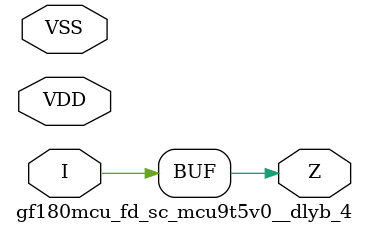
<source format=v>

module gf180mcu_fd_sc_mcu9t5v0__dlyb_4( I, Z, VDD, VSS );
input I;
inout VDD, VSS;
output Z;

	buf MGM_BG_0( Z, I );

endmodule

</source>
